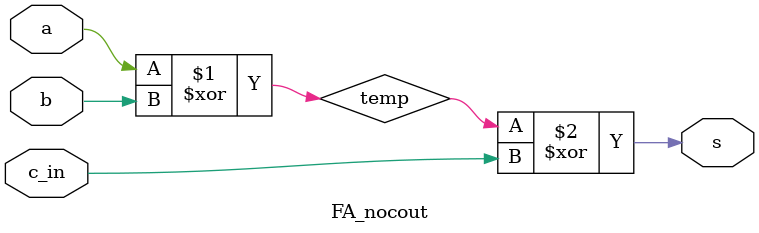
<source format=sv>
`timescale 1ns/10ps

module FA_nocout(input logic a, input logic b, input logic c_in, output logic s);

	logic temp;


	// always_comb begin
    assign temp = a ^ b;
    assign s = temp ^ c_in;
	// en

endmodule
</source>
